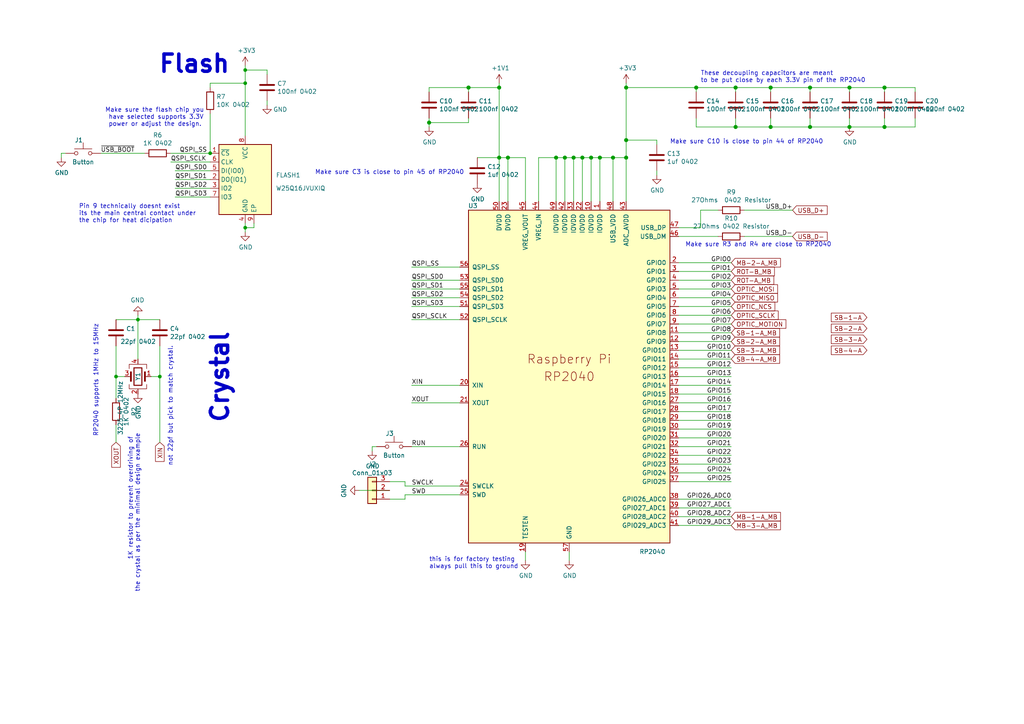
<source format=kicad_sch>
(kicad_sch (version 20231120) (generator "eeschema") (generator_version "8.0")
  (paper "A4")
  (lib_symbols
    (symbol "Connector_Generic:Conn_01x03" (pin_names (offset 1.016) hide)
      (property "Reference" "J" (at 0 5.08 0))
      (property "Value" "Conn_01x03" (at 0 -5.08 0))
      (symbol "Conn_01x03_1_1"
        (rectangle (start -1.27 -2.413) (end 0 -2.667) (stroke (width 0.1524)))
        (rectangle (start -1.27 0.127) (end 0 -0.127) (stroke (width 0.1524)))
        (rectangle (start -1.27 2.667) (end 0 2.413) (stroke (width 0.1524)))
        (rectangle (start -1.27 3.81) (end 1.27 -3.81) (stroke (width 0.254)) (fill (type background)))
        (pin passive line (at -5.08 2.54 0) (length 3.81) (name "Pin_1") (number "1"))
        (pin passive line (at -5.08 0 0) (length 3.81) (name "Pin_2") (number "2"))
        (pin passive line (at -5.08 -2.54 0) (length 3.81) (name "Pin_3") (number "3"))
      )
    )
    (symbol "Device:C" (pin_numbers hide) (pin_names (offset 0.254))
      (property "Reference" "C" (at 0.635 2.54 0))
      (property "Value" "C" (at 0.635 -2.54 0))
      (symbol "C_0_1"
        (polyline (pts (xy -2.032 -0.762) (xy 2.032 -0.762)) (stroke (width 0.508)))
        (polyline (pts (xy -2.032 0.762) (xy 2.032 0.762)) (stroke (width 0.508)))
      )
      (symbol "C_1_1"
        (pin passive line (at 0 3.81 270) (length 2.794) (name "~") (number "1"))
        (pin passive line (at 0 -3.81 90) (length 2.794) (name "~") (number "2"))
      )
    )
    (symbol "Device:Crystal_GND24" (pin_names (offset 1.016) hide)
      (property "Reference" "Y" (at 3.175 5.08 0))
      (property "Value" "Crystal_GND24" (at 3.175 3.175 0))
      (symbol "Crystal_GND24_0_1"
        (rectangle (start -1.143 2.54) (end 1.143 -2.54) (stroke (width 0.3048)))
        (polyline (pts (xy -2.54 0) (xy -2.032 0)))
        (polyline (pts (xy -2.032 -1.27) (xy -2.032 1.27)) (stroke (width 0.508)))
        (polyline (pts (xy 0 -3.81) (xy 0 -3.556)))
        (polyline (pts (xy 0 3.556) (xy 0 3.81)))
        (polyline (pts (xy 2.032 -1.27) (xy 2.032 1.27)) (stroke (width 0.508)))
        (polyline (pts (xy 2.032 0) (xy 2.54 0)))
        (polyline (pts (xy -2.54 -2.286) (xy -2.54 -3.556) (xy 2.54 -3.556) (xy 2.54 -2.286)))
        (polyline (pts (xy -2.54 2.286) (xy -2.54 3.556) (xy 2.54 3.556) (xy 2.54 2.286)))
      )
      (symbol "Crystal_GND24_1_1"
        (pin passive line (at -3.81 0 0) (length 1.27) (name "1") (number "1"))
        (pin passive line (at 0 5.08 270) (length 1.27) (name "2") (number "2"))
        (pin passive line (at 3.81 0 180) (length 1.27) (name "3") (number "3"))
        (pin passive line (at 0 -5.08 90) (length 1.27) (name "4") (number "4"))
      )
    )
    (symbol "Device:R" (pin_numbers hide) (pin_names (offset 0))
      (property "Reference" "R" (at 2.032 0 90))
      (property "Value" "R" (at 0 0 90))
      (symbol "R_0_1"
        (rectangle (start -1.016 -2.54) (end 1.016 2.54) (stroke (width 0.254)))
      )
      (symbol "R_1_1"
        (pin passive line (at 0 3.81 270) (length 1.27) (name "~") (number "1"))
        (pin passive line (at 0 -3.81 90) (length 1.27) (name "~") (number "2"))
      )
    )
    (symbol "MCU_RaspberryPi_RP2040:RP2040" (pin_names (offset 1.016))
      (property "Reference" "U" (at -29.21 49.53 0))
      (property "Value" "RP2040" (at 24.13 -49.53 0))
      (symbol "RP2040_0_0"
        (text "Raspberry Pi" (at 0 5.08 0) (effects (font (size 2.54 2.54))))
        (text "RP2040" (at 0 0 0) (effects (font (size 2.54 2.54))))
      )
      (symbol "RP2040_0_1"
        (rectangle (start 29.21 48.26) (end -29.21 -48.26) (stroke (width 0.254)) (fill (type background)))
      )
      (symbol "RP2040_1_1"
        (pin power_in line (at 8.89 50.8 270) (length 2.54) (name "IOVDD") (number "1"))
        (pin power_in line (at 6.35 50.8 270) (length 2.54) (name "IOVDD") (number "10"))
        (pin bidirectional line (at 31.75 12.7 180) (length 2.54) (name "GPIO8") (number "11"))
        (pin bidirectional line (at 31.75 10.16 180) (length 2.54) (name "GPIO9") (number "12"))
        (pin bidirectional line (at 31.75 7.62 180) (length 2.54) (name "GPIO10") (number "13"))
        (pin bidirectional line (at 31.75 5.08 180) (length 2.54) (name "GPIO11") (number "14"))
        (pin bidirectional line (at 31.75 2.54 180) (length 2.54) (name "GPIO12") (number "15"))
        (pin bidirectional line (at 31.75 0 180) (length 2.54) (name "GPIO13") (number "16"))
        (pin bidirectional line (at 31.75 -2.54 180) (length 2.54) (name "GPIO14") (number "17"))
        (pin bidirectional line (at 31.75 -5.08 180) (length 2.54) (name "GPIO15") (number "18"))
        (pin passive line (at -12.7 -50.8 90) (length 2.54) (name "TESTEN") (number "19"))
        (pin bidirectional line (at 31.75 33.02 180) (length 2.54) (name "GPIO0") (number "2"))
        (pin input line (at -31.75 -2.54 0) (length 2.54) (name "XIN") (number "20"))
        (pin passive line (at -31.75 -7.62 0) (length 2.54) (name "XOUT") (number "21"))
        (pin power_in line (at 3.81 50.8 270) (length 2.54) (name "IOVDD") (number "22"))
        (pin power_in line (at -17.78 50.8 270) (length 2.54) (name "DVDD") (number "23"))
        (pin output line (at -31.75 -31.75 0) (length 2.54) (name "SWCLK") (number "24"))
        (pin bidirectional line (at -31.75 -34.29 0) (length 2.54) (name "SWD") (number "25"))
        (pin input line (at -31.75 -20.32 0) (length 2.54) (name "RUN") (number "26"))
        (pin bidirectional line (at 31.75 -7.62 180) (length 2.54) (name "GPIO16") (number "27"))
        (pin bidirectional line (at 31.75 -10.16 180) (length 2.54) (name "GPIO17") (number "28"))
        (pin bidirectional line (at 31.75 -12.7 180) (length 2.54) (name "GPIO18") (number "29"))
        (pin bidirectional line (at 31.75 30.48 180) (length 2.54) (name "GPIO1") (number "3"))
        (pin bidirectional line (at 31.75 -15.24 180) (length 2.54) (name "GPIO19") (number "30"))
        (pin bidirectional line (at 31.75 -17.78 180) (length 2.54) (name "GPIO20") (number "31"))
        (pin bidirectional line (at 31.75 -20.32 180) (length 2.54) (name "GPIO21") (number "32"))
        (pin power_in line (at 1.27 50.8 270) (length 2.54) (name "IOVDD") (number "33"))
        (pin bidirectional line (at 31.75 -22.86 180) (length 2.54) (name "GPIO22") (number "34"))
        (pin bidirectional line (at 31.75 -25.4 180) (length 2.54) (name "GPIO23") (number "35"))
        (pin bidirectional line (at 31.75 -27.94 180) (length 2.54) (name "GPIO24") (number "36"))
        (pin bidirectional line (at 31.75 -30.48 180) (length 2.54) (name "GPIO25") (number "37"))
        (pin bidirectional line (at 31.75 -35.56 180) (length 2.54) (name "GPIO26_ADC0") (number "38"))
        (pin bidirectional line (at 31.75 -38.1 180) (length 2.54) (name "GPIO27_ADC1") (number "39"))
        (pin bidirectional line (at 31.75 27.94 180) (length 2.54) (name "GPIO2") (number "4"))
        (pin bidirectional line (at 31.75 -40.64 180) (length 2.54) (name "GPIO28_ADC2") (number "40"))
        (pin bidirectional line (at 31.75 -43.18 180) (length 2.54) (name "GPIO29_ADC3") (number "41"))
        (pin power_in line (at -1.27 50.8 270) (length 2.54) (name "IOVDD") (number "42"))
        (pin power_in line (at 16.51 50.8 270) (length 2.54) (name "ADC_AVDD") (number "43"))
        (pin power_in line (at -8.89 50.8 270) (length 2.54) (name "VREG_IN") (number "44"))
        (pin power_out line (at -12.7 50.8 270) (length 2.54) (name "VREG_VOUT") (number "45"))
        (pin bidirectional line (at 31.75 40.64 180) (length 2.54) (name "USB_DM") (number "46"))
        (pin bidirectional line (at 31.75 43.18 180) (length 2.54) (name "USB_DP") (number "47"))
        (pin power_in line (at 12.7 50.8 270) (length 2.54) (name "USB_VDD") (number "48"))
        (pin power_in line (at -3.81 50.8 270) (length 2.54) (name "IOVDD") (number "49"))
        (pin bidirectional line (at 31.75 25.4 180) (length 2.54) (name "GPIO3") (number "5"))
        (pin power_in line (at -20.32 50.8 270) (length 2.54) (name "DVDD") (number "50"))
        (pin bidirectional line (at -31.75 20.32 0) (length 2.54) (name "QSPI_SD3") (number "51"))
        (pin output line (at -31.75 16.51 0) (length 2.54) (name "QSPI_SCLK") (number "52"))
        (pin bidirectional line (at -31.75 27.94 0) (length 2.54) (name "QSPI_SD0") (number "53"))
        (pin bidirectional line (at -31.75 22.86 0) (length 2.54) (name "QSPI_SD2") (number "54"))
        (pin bidirectional line (at -31.75 25.4 0) (length 2.54) (name "QSPI_SD1") (number "55"))
        (pin bidirectional line (at -31.75 31.75 0) (length 2.54) (name "QSPI_SS") (number "56"))
        (pin power_in line (at 0 -50.8 90) (length 2.54) (name "GND") (number "57"))
        (pin bidirectional line (at 31.75 22.86 180) (length 2.54) (name "GPIO4") (number "6"))
        (pin bidirectional line (at 31.75 20.32 180) (length 2.54) (name "GPIO5") (number "7"))
        (pin bidirectional line (at 31.75 17.78 180) (length 2.54) (name "GPIO6") (number "8"))
        (pin bidirectional line (at 31.75 15.24 180) (length 2.54) (name "GPIO7") (number "9"))
      )
    )
    (symbol "Memory_Flash:W25Q32JVZP"
      (property "Reference" "U" (at -6.35 11.43 0))
      (property "Value" "W25Q32JVZP" (at 7.62 11.43 0))
      (symbol "W25Q32JVZP_0_1"
        (rectangle (start -7.62 10.16) (end 7.62 -10.16) (stroke (width 0.254)) (fill (type background)))
      )
      (symbol "W25Q32JVZP_1_1"
        (pin input line (at -10.16 7.62 0) (length 2.54) (name "~{CS}") (number "1"))
        (pin bidirectional line (at -10.16 0 0) (length 2.54) (name "DO(IO1)") (number "2"))
        (pin bidirectional line (at -10.16 -2.54 0) (length 2.54) (name "IO2") (number "3"))
        (pin power_in line (at 0 -12.7 90) (length 2.54) (name "GND") (number "4"))
        (pin bidirectional line (at -10.16 2.54 0) (length 2.54) (name "DI(IO0)") (number "5"))
        (pin input line (at -10.16 5.08 0) (length 2.54) (name "CLK") (number "6"))
        (pin bidirectional line (at -10.16 -5.08 0) (length 2.54) (name "IO3") (number "7"))
        (pin power_in line (at 0 12.7 270) (length 2.54) (name "VCC") (number "8"))
        (pin passive line (at 2.54 -12.7 90) (length 2.54) (name "EP") (number "9"))
      )
    )
    (symbol "Switch:SW_Push" (pin_numbers hide) (pin_names (offset 1.016) hide)
      (property "Reference" "SW" (at 1.27 2.54 0))
      (property "Value" "SW_Push" (at 0 -1.524 0))
      (symbol "SW_Push_0_1"
        (circle (center -2.032 0) (radius 0.508))
        (polyline (pts (xy 0 1.27) (xy 0 3.048)))
        (polyline (pts (xy 2.54 1.27) (xy -2.54 1.27)))
        (circle (center 2.032 0) (radius 0.508))
        (pin passive line (at -5.08 0 0) (length 2.54) (name "1") (number "1"))
        (pin passive line (at 5.08 0 180) (length 2.54) (name "2") (number "2"))
      )
    )
    (symbol "power:+1V1" (power) (pin_names (offset 0))
      (property "Value" "+1V1" (at 0 3.556 0))
      (symbol "+1V1_0_1"
        (polyline (pts (xy -0.762 1.27) (xy 0 2.54)))
        (polyline (pts (xy 0 0) (xy 0 2.54)))
        (polyline (pts (xy 0 2.54) (xy 0.762 1.27)))
      )
      (symbol "+1V1_1_1"
        (pin power_in line (at 0 0 90) (length 0) hide (name "+1V1") (number "1"))
      )
    )
    (symbol "power:+3V3" (power) (pin_names (offset 0))
      (property "Value" "+3V3" (at 0 3.556 0))
      (symbol "+3V3_0_1"
        (polyline (pts (xy -0.762 1.27) (xy 0 2.54)))
        (polyline (pts (xy 0 0) (xy 0 2.54)))
        (polyline (pts (xy 0 2.54) (xy 0.762 1.27)))
      )
      (symbol "+3V3_1_1"
        (pin power_in line (at 0 0 90) (length 0) hide (name "+3V3") (number "1"))
      )
    )
    (symbol "power:GND" (power) (pin_names (offset 0))
      (property "Value" "GND" (at 0 -3.81 0))
      (symbol "GND_0_1"
        (polyline (pts (xy 0 0) (xy 0 -1.27) (xy 1.27 -1.27) (xy 0 -2.54) (xy -1.27 -1.27) (xy 0 -1.27)))
      )
      (symbol "GND_1_1"
        (pin power_in line (at 0 0 270) (length 0) hide (name "GND") (number "1"))
      )
    )
  )
  (junction (at 135.89 25.4) (diameter 1.016))
  (junction (at 256.54 36.83) (diameter 1.016))
  (junction (at 234.95 36.83) (diameter 1.016))
  (junction (at 177.8 45.72) (diameter 1.016))
  (junction (at 173.99 45.72) (diameter 1.016))
  (junction (at 166.37 45.72) (diameter 1.016))
  (junction (at 223.52 25.4) (diameter 1.016))
  (junction (at 246.38 36.83) (diameter 1.016))
  (junction (at 181.61 40.64) (diameter 1.016))
  (junction (at 71.12 24.13))
  (junction (at 223.52 36.83) (diameter 1.016))
  (junction (at 234.95 25.4) (diameter 1.016))
  (junction (at 256.54 25.4) (diameter 1.016))
  (junction (at 60.96 44.45))
  (junction (at 40.005 92.71))
  (junction (at 147.32 45.72) (diameter 1.016))
  (junction (at 71.12 20.32))
  (junction (at 71.12 66.04))
  (junction (at 246.38 25.4) (diameter 1.016))
  (junction (at 213.36 36.83) (diameter 1.016))
  (junction (at 171.45 45.72) (diameter 1.016))
  (junction (at 213.36 25.4) (diameter 1.016))
  (junction (at 181.61 25.4) (diameter 1.016))
  (junction (at 201.93 25.4) (diameter 1.016))
  (junction (at 161.29 45.72) (diameter 1.016))
  (junction (at 124.46 35.56) (diameter 1.016))
  (junction (at 168.91 45.72) (diameter 1.016))
  (junction (at 163.83 45.72) (diameter 1.016))
  (junction (at 144.78 45.72) (diameter 1.016))
  (junction (at 46.355 109.22))
  (junction (at 181.61 45.72) (diameter 1.016))
  (junction (at 33.655 109.22))
  (junction (at 144.78 25.4) (diameter 1.016))
  (wire (pts (xy 196.85 78.74) (xy 212.09 78.74)))
  (wire (pts (xy 196.85 104.14) (xy 212.09 104.14)))
  (wire (pts (xy 196.85 144.78) (xy 212.09 144.78)))
  (wire (pts (xy 71.12 20.32) (xy 71.12 24.13)))
  (wire (pts (xy 50.8 52.07) (xy 60.96 52.07)))
  (wire (pts (xy 33.655 109.22) (xy 36.195 109.22)))
  (wire (pts (xy 215.9 68.58) (xy 229.87 68.58)))
  (wire (pts (xy 196.85 96.52) (xy 212.09 96.52)))
  (wire (pts (xy 196.85 127) (xy 212.09 127)))
  (wire (pts (xy 33.655 109.22) (xy 33.655 100.33)))
  (wire (pts (xy 71.12 66.04) (xy 73.66 66.04)))
  (wire (pts (xy 156.21 58.42) (xy 156.21 45.72)))
  (wire (pts (xy 144.78 24.13) (xy 144.78 25.4)))
  (wire (pts (xy 166.37 58.42) (xy 166.37 45.72)))
  (wire (pts (xy 144.78 45.72) (xy 138.43 45.72)))
  (wire (pts (xy 196.85 124.46) (xy 212.09 124.46)))
  (wire (pts (xy 196.85 76.2) (xy 212.09 76.2)))
  (wire (pts (xy 43.815 109.22) (xy 46.355 109.22)))
  (wire (pts (xy 196.85 119.38) (xy 212.09 119.38)))
  (wire (pts (xy 71.12 66.04) (xy 71.12 67.31)))
  (wire (pts (xy 40.005 92.71) (xy 40.005 91.44)))
  (wire (pts (xy 163.83 58.42) (xy 163.83 45.72)))
  (wire (pts (xy 109.22 129.54) (xy 107.95 129.54)))
  (wire (pts (xy 168.91 58.42) (xy 168.91 45.72)))
  (wire (pts (xy 119.38 81.28) (xy 133.35 81.28)))
  (wire (pts (xy 196.85 68.58) (xy 208.28 68.58)))
  (wire (pts (xy 256.54 34.29) (xy 256.54 36.83)))
  (wire (pts (xy 144.78 45.72) (xy 144.78 58.42)))
  (wire (pts (xy 256.54 25.4) (xy 256.54 26.67)))
  (wire (pts (xy 196.85 66.04) (xy 203.2 66.04)))
  (wire (pts (xy 117.475 140.97) (xy 133.35 140.97)))
  (wire (pts (xy 117.475 140.97) (xy 117.475 139.7)))
  (wire (pts (xy 60.96 24.13) (xy 71.12 24.13)))
  (wire (pts (xy 181.61 25.4) (xy 201.93 25.4)))
  (wire (pts (xy 119.38 88.9) (xy 133.35 88.9)))
  (wire (pts (xy 60.96 57.15) (xy 50.8 57.15)))
  (wire (pts (xy 117.475 143.51) (xy 133.35 143.51)))
  (wire (pts (xy 73.66 66.04) (xy 73.66 64.77)))
  (wire (pts (xy 215.9 60.96) (xy 229.87 60.96)))
  (wire (pts (xy 161.29 58.42) (xy 161.29 45.72)))
  (wire (pts (xy 196.85 86.36) (xy 212.09 86.36)))
  (wire (pts (xy 124.46 35.56) (xy 124.46 36.83)))
  (wire (pts (xy 104.14 142.24) (xy 113.03 142.24)))
  (wire (pts (xy 196.85 99.06) (xy 212.09 99.06)))
  (wire (pts (xy 177.8 58.42) (xy 177.8 45.72)))
  (wire (pts (xy 246.38 25.4) (xy 256.54 25.4)))
  (wire (pts (xy 117.475 144.78) (xy 117.475 143.51)))
  (wire (pts (xy 40.005 92.71) (xy 40.005 104.14)))
  (wire (pts (xy 77.47 29.21) (xy 77.47 30.48)))
  (wire (pts (xy 196.85 139.7) (xy 212.09 139.7)))
  (wire (pts (xy 196.85 147.32) (xy 212.09 147.32)))
  (wire (pts (xy 71.12 66.04) (xy 71.12 64.77)))
  (wire (pts (xy 46.355 100.33) (xy 46.355 109.22)))
  (wire (pts (xy 201.93 25.4) (xy 213.36 25.4)))
  (wire (pts (xy 201.93 36.83) (xy 213.36 36.83)))
  (wire (pts (xy 147.32 45.72) (xy 144.78 45.72)))
  (wire (pts (xy 33.655 92.71) (xy 40.005 92.71)))
  (wire (pts (xy 124.46 26.67) (xy 124.46 25.4)))
  (wire (pts (xy 119.38 86.36) (xy 133.35 86.36)))
  (wire (pts (xy 168.91 45.72) (xy 171.45 45.72)))
  (wire (pts (xy 144.78 25.4) (xy 144.78 45.72)))
  (wire (pts (xy 113.03 144.78) (xy 117.475 144.78)))
  (wire (pts (xy 234.95 36.83) (xy 223.52 36.83)))
  (wire (pts (xy 152.4 58.42) (xy 152.4 45.72)))
  (wire (pts (xy 71.12 19.05) (xy 71.12 20.32)))
  (wire (pts (xy 223.52 34.29) (xy 223.52 36.83)))
  (wire (pts (xy 40.005 92.71) (xy 46.355 92.71)))
  (wire (pts (xy 213.36 25.4) (xy 223.52 25.4)))
  (wire (pts (xy 196.85 149.86) (xy 212.09 149.86)))
  (wire (pts (xy 190.5 49.53) (xy 190.5 50.8)))
  (wire (pts (xy 196.85 83.82) (xy 212.09 83.82)))
  (wire (pts (xy 171.45 58.42) (xy 171.45 45.72)))
  (wire (pts (xy 119.38 111.76) (xy 133.35 111.76)))
  (wire (pts (xy 196.85 116.84) (xy 212.09 116.84)))
  (wire (pts (xy 234.95 25.4) (xy 246.38 25.4)))
  (wire (pts (xy 265.43 34.29) (xy 265.43 36.83)))
  (wire (pts (xy 265.43 25.4) (xy 265.43 26.67)))
  (wire (pts (xy 213.36 26.67) (xy 213.36 25.4)))
  (wire (pts (xy 196.85 81.28) (xy 212.09 81.28)))
  (wire (pts (xy 165.1 160.02) (xy 165.1 162.56)))
  (wire (pts (xy 196.85 132.08) (xy 212.09 132.08)))
  (wire (pts (xy 203.2 60.96) (xy 203.2 66.04)))
  (wire (pts (xy 60.96 49.53) (xy 50.8 49.53)))
  (wire (pts (xy 152.4 160.02) (xy 152.4 162.56)))
  (wire (pts (xy 246.38 34.29) (xy 246.38 36.83)))
  (wire (pts (xy 256.54 36.83) (xy 265.43 36.83)))
  (wire (pts (xy 135.89 35.56) (xy 135.89 34.29)))
  (wire (pts (xy 119.38 83.82) (xy 133.35 83.82)))
  (wire (pts (xy 234.95 26.67) (xy 234.95 25.4)))
  (wire (pts (xy 147.32 58.42) (xy 147.32 45.72)))
  (wire (pts (xy 33.655 123.19) (xy 33.655 128.27)))
  (wire (pts (xy 196.85 91.44) (xy 212.09 91.44)))
  (wire (pts (xy 124.46 35.56) (xy 135.89 35.56)))
  (wire (pts (xy 256.54 36.83) (xy 246.38 36.83)))
  (wire (pts (xy 133.35 92.71) (xy 119.38 92.71)))
  (wire (pts (xy 201.93 34.29) (xy 201.93 36.83)))
  (wire (pts (xy 60.96 33.02) (xy 60.96 44.45)))
  (wire (pts (xy 133.35 116.84) (xy 119.38 116.84)))
  (wire (pts (xy 181.61 45.72) (xy 181.61 58.42)))
  (wire (pts (xy 190.5 41.91) (xy 190.5 40.64)))
  (wire (pts (xy 173.99 45.72) (xy 177.8 45.72)))
  (wire (pts (xy 196.85 109.22) (xy 212.09 109.22)))
  (wire (pts (xy 181.61 40.64) (xy 181.61 45.72)))
  (wire (pts (xy 124.46 25.4) (xy 135.89 25.4)))
  (wire (pts (xy 60.96 25.4) (xy 60.96 24.13)))
  (wire (pts (xy 133.35 129.54) (xy 119.38 129.54)))
  (wire (pts (xy 60.96 54.61) (xy 50.8 54.61)))
  (wire (pts (xy 19.05 44.45) (xy 17.78 44.45)))
  (wire (pts (xy 41.91 44.45) (xy 29.21 44.45)))
  (wire (pts (xy 171.45 45.72) (xy 173.99 45.72)))
  (wire (pts (xy 223.52 25.4) (xy 234.95 25.4)))
  (wire (pts (xy 77.47 20.32) (xy 71.12 20.32)))
  (wire (pts (xy 203.2 60.96) (xy 208.28 60.96)))
  (wire (pts (xy 196.85 111.76) (xy 212.09 111.76)))
  (wire (pts (xy 49.53 46.99) (xy 60.96 46.99)))
  (wire (pts (xy 196.85 101.6) (xy 212.09 101.6)))
  (wire (pts (xy 196.85 129.54) (xy 212.09 129.54)))
  (wire (pts (xy 196.85 121.92) (xy 212.09 121.92)))
  (wire (pts (xy 152.4 45.72) (xy 147.32 45.72)))
  (wire (pts (xy 196.85 152.4) (xy 212.09 152.4)))
  (wire (pts (xy 33.655 115.57) (xy 33.655 109.22)))
  (wire (pts (xy 196.85 137.16) (xy 212.09 137.16)))
  (wire (pts (xy 46.355 109.22) (xy 46.355 128.27)))
  (wire (pts (xy 177.8 45.72) (xy 181.61 45.72)))
  (wire (pts (xy 135.89 25.4) (xy 144.78 25.4)))
  (wire (pts (xy 173.99 45.72) (xy 173.99 58.42)))
  (wire (pts (xy 71.12 24.13) (xy 71.12 39.37)))
  (wire (pts (xy 196.85 114.3) (xy 212.09 114.3)))
  (wire (pts (xy 181.61 40.64) (xy 190.5 40.64)))
  (wire (pts (xy 133.35 77.47) (xy 119.38 77.47)))
  (wire (pts (xy 117.475 139.7) (xy 113.03 139.7)))
  (wire (pts (xy 196.85 134.62) (xy 212.09 134.62)))
  (wire (pts (xy 196.85 106.68) (xy 212.09 106.68)))
  (wire (pts (xy 256.54 25.4) (xy 265.43 25.4)))
  (wire (pts (xy 161.29 45.72) (xy 163.83 45.72)))
  (wire (pts (xy 181.61 24.13) (xy 181.61 25.4)))
  (wire (pts (xy 156.21 45.72) (xy 161.29 45.72)))
  (wire (pts (xy 135.89 26.67) (xy 135.89 25.4)))
  (wire (pts (xy 196.85 93.98) (xy 212.09 93.98)))
  (wire (pts (xy 77.47 21.59) (xy 77.47 20.32)))
  (wire (pts (xy 166.37 45.72) (xy 168.91 45.72)))
  (wire (pts (xy 17.78 44.45) (xy 17.78 45.72)))
  (wire (pts (xy 213.36 36.83) (xy 213.36 34.29)))
  (wire (pts (xy 213.36 36.83) (xy 223.52 36.83)))
  (wire (pts (xy 196.85 88.9) (xy 212.09 88.9)))
  (wire (pts (xy 246.38 26.67) (xy 246.38 25.4)))
  (wire (pts (xy 246.38 36.83) (xy 234.95 36.83)))
  (wire (pts (xy 223.52 26.67) (xy 223.52 25.4)))
  (wire (pts (xy 124.46 34.29) (xy 124.46 35.56)))
  (wire (pts (xy 107.95 129.54) (xy 107.95 130.81)))
  (wire (pts (xy 181.61 25.4) (xy 181.61 40.64)))
  (wire (pts (xy 163.83 45.72) (xy 166.37 45.72)))
  (wire (pts (xy 201.93 26.67) (xy 201.93 25.4)))
  (wire (pts (xy 49.53 44.45) (xy 60.96 44.45)))
  (wire (pts (xy 234.95 34.29) (xy 234.95 36.83)))
  (text "Make sure C10 is close to pin 44 of RP2040" (at 194.31 41.91 0) (effects (font (size 1.27 1.27)) (justify left bottom)))
  (text "1K resistor to prevent overdriving of \nthe crystal as per the minimal design example" (at 40.64 125.73 90) (effects (font (size 1.27 1.27)) (justify right bottom)))
  (text "Crystal" (at 66.675 95.885 90) (effects (font (size 5.0038 5.0038) (thickness 1.0008) (bold yes)) (justify right bottom)))
  (text "Make sure R3 and R4 are close to RP2040" (at 198.755 71.755 0) (effects (font (size 1.27 1.27)) (justify left bottom)))
  (text "this is for factory testing\nalways pull this to ground" (at 124.46 165.1 0) (effects (font (size 1.27 1.27)) (justify left bottom)))
  (text "Make sure C3 is close to pin 45 of RP2040" (at 134.62 50.8 0) (effects (font (size 1.27 1.27)) (justify right bottom)))
  (text "Pin 9 technically doesnt exist\nits the main central contact under\nthe chip for heat dicipation" (at 22.86 64.77 0) (effects (font (size 1.27 1.27)) (justify left bottom)))
  (text "not 22pf but pick to match crystal." (at 50.165 100.33 90) (effects (font (size 1.27 1.27)) (justify right bottom)))
  (text "These decoupling capacitors are meant\nto be put close by each 3.3V pin of the RP2040" (at 203.2 24.13 0) (effects (font (size 1.27 1.27)) (justify left bottom)))
  (text "Make sure the flash chip you\n have selected supports 3.3V\n power or adjust the design." (at 30.48 36.83 0) (effects (font (size 1.27 1.27)) (justify left bottom)))
  (text "Flash" (at 45.72 21.59 0) (effects (font (size 5.0038 5.0038) (thickness 1.0008) (bold yes)) (justify left bottom)))
  (text "RP2040 supports 1MHz to 15MHz" (at 28.575 93.98 90) (effects (font (size 1.27 1.27)) (justify right bottom)))
  (label "RUN" (at 119.38 129.54 0))
  (label "GPIO6" (at 212.09 91.44 180))
  (label "GPIO19" (at 212.09 124.46 180))
  (label "GPIO16" (at 212.09 116.84 180))
  (label "USB_D-" (at 229.87 68.58 180))
  (label "GPIO25" (at 212.09 139.7 180))
  (label "QSPI_SD3" (at 50.8 57.15 0))
  (label "QSPI_SS" (at 119.38 77.47 0))
  (label "GPIO7" (at 212.09 93.98 180))
  (label "GPIO18" (at 212.09 121.92 180))
  (label "QSPI_SD1" (at 50.8 52.07 0))
  (label "XIN" (at 119.38 111.76 0))
  (label "QSPI_SCLK" (at 49.53 46.99 0))
  (label "GPIO17" (at 212.09 119.38 180))
  (label "GPIO15" (at 212.09 114.3 180))
  (label "QSPI_SD3" (at 119.38 88.9 0))
  (label "GPIO9" (at 212.09 99.06 180))
  (label "QSPI_SD0" (at 119.38 81.28 0))
  (label "GPIO22" (at 212.09 132.08 180))
  (label "QSPI_SCLK" (at 119.38 92.71 0))
  (label "~{USB_BOOT}" (at 29.21 44.45 0))
  (label "GPIO20" (at 212.09 127 180))
  (label "GPIO13" (at 212.09 109.22 180))
  (label "GPIO4" (at 212.09 86.36 180))
  (label "GPIO2" (at 212.09 81.28 180))
  (label "USB_D+" (at 229.87 60.96 180))
  (label "GPIO5" (at 212.09 88.9 180))
  (label "QSPI_SD0" (at 50.8 49.53 0))
  (label "GPIO12" (at 212.09 106.68 180))
  (label "QSPI_SD2" (at 119.38 86.36 0))
  (label "GPIO10" (at 212.09 101.6 180))
  (label "GPIO24" (at 212.09 137.16 180))
  (label "GPIO23" (at 212.09 134.62 180))
  (label "GPIO1" (at 212.09 78.74 180))
  (label "GPIO8" (at 212.09 96.52 180))
  (label "GPIO11" (at 212.09 104.14 180))
  (label "GPIO28_ADC2" (at 212.09 149.86 180))
  (label "GPIO29_ADC3" (at 212.09 152.4 180))
  (label "GPIO27_ADC1" (at 212.09 147.32 180))
  (label "QSPI_SS" (at 52.07 44.45 0))
  (label "GPIO0" (at 212.09 76.2 180))
  (label "GPIO26_ADC0" (at 212.09 144.78 180))
  (label "GPIO21" (at 212.09 129.54 180))
  (label "XOUT" (at 119.38 116.84 0))
  (label "SWD" (at 119.38 143.51 0))
  (label "GPIO3" (at 212.09 83.82 180))
  (label "SWCLK" (at 119.38 140.97 0))
  (label "QSPI_SD1" (at 119.38 83.82 0))
  (label "QSPI_SD2" (at 50.8 54.61 0))
  (label "GPIO14" (at 212.09 111.76 180))
  (global_label "USB_D-" (shape input) (at 229.87 68.58 0) (property "Intersheetrefs" "${INTERSHEET_REFS}" (effects (hide yes))))
  (global_label "SB-1-A" (shape input) (at 251.46 92.075 180) (property "Intersheetrefs" "${INTERSHEET_REFS}" (effects (hide yes))))
  (global_label "SB-3-A_MB" (shape input) (at 212.09 101.6 0) (property "Intersheetrefs" "${INTERSHEET_REFS}" (effects (hide yes))))
  (global_label "XOUT" (shape input) (at 33.655 128.27 270) (property "Intersheetrefs" "${INTERSHEET_REFS}" (effects (hide yes))))
  (global_label "OPTIC_NCS" (shape input) (at 212.09 88.9 0) (property "Intersheetrefs" "${INTERSHEET_REFS}" (effects (hide yes))))
  (global_label "ROT-A_MB" (shape input) (at 212.09 81.28 0) (property "Intersheetrefs" "${INTERSHEET_REFS}" (effects (hide yes))))
  (global_label "SB-3-A" (shape input) (at 251.46 98.425 180) (property "Intersheetrefs" "${INTERSHEET_REFS}" (effects (hide yes))))
  (global_label "USB_D+" (shape input) (at 229.87 60.96 0) (property "Intersheetrefs" "${INTERSHEET_REFS}" (effects (hide yes))))
  (global_label "MB-1-A_MB" (shape input) (at 212.09 149.86 0) (property "Intersheetrefs" "${INTERSHEET_REFS}" (effects (hide yes))))
  (global_label "ROT-B_MB" (shape input) (at 212.09 78.74 0) (property "Intersheetrefs" "${INTERSHEET_REFS}" (effects (hide yes))))
  (global_label "SB-2-A_MB" (shape input) (at 212.09 99.06 0) (property "Intersheetrefs" "${INTERSHEET_REFS}" (effects (hide yes))))
  (global_label "OPTIC_MOTION" (shape input) (at 212.09 93.98 0) (property "Intersheetrefs" "${INTERSHEET_REFS}" (effects (hide yes))))
  (global_label "OPTIC_SCLK" (shape input) (at 212.09 91.44 0) (property "Intersheetrefs" "${INTERSHEET_REFS}" (effects (hide yes))))
  (global_label "SB-4-A" (shape input) (at 251.46 101.6 180) (property "Intersheetrefs" "${INTERSHEET_REFS}" (effects (hide yes))))
  (global_label "XIN" (shape input) (at 46.355 128.27 270) (property "Intersheetrefs" "${INTERSHEET_REFS}" (effects (hide yes))))
  (global_label "OPTIC_MISO" (shape input) (at 212.09 86.36 0) (property "Intersheetrefs" "${INTERSHEET_REFS}" (effects (hide yes))))
  (global_label "SB-2-A" (shape input) (at 251.46 95.25 180) (property "Intersheetrefs" "${INTERSHEET_REFS}" (effects (hide yes))))
  (global_label "OPTIC_MOSI" (shape input) (at 212.09 83.82 0) (property "Intersheetrefs" "${INTERSHEET_REFS}" (effects (hide yes))))
  (global_label "MB-2-A_MB" (shape input) (at 212.09 76.2 0) (property "Intersheetrefs" "${INTERSHEET_REFS}" (effects (hide yes))))
  (global_label "MB-3-A_MB" (shape input) (at 212.09 152.4 0) (property "Intersheetrefs" "${INTERSHEET_REFS}" (effects (hide yes))))
  (global_label "SB-4-A_MB" (shape input) (at 212.09 104.14 0) (property "Intersheetrefs" "${INTERSHEET_REFS}" (effects (hide yes))))
  (global_label "SB-1-A_MB" (shape input) (at 212.09 96.52 0) (property "Intersheetrefs" "${INTERSHEET_REFS}" (effects (hide yes))))
  (symbol (lib_id "Switch:SW_Push") (at 24.13 44.45 0) (mirror y) (unit 1)
    (property "Reference" "J1" (at 22.86 40.64 0))
    (property "Value" "Button" (at 24.13 46.99 0))
    (property "Footprint" "Button_Switch_SMD:SW_Push_SPST_NO_Alps_SKRK" (effects (hide yes)))
    (property "LCSC" " " (effects (hide yes)))
  )
  (symbol (lib_id "Device:R") (at 212.09 60.96 270) (unit 1)
    (property "Reference" "R9" (at 212.09 55.7022 90))
    (property "Value" "27Ohms  0402 Resistor" (at 212.09 58.0136 90))
    (property "Footprint" "Capacitor_SMD:C_0402_1005Metric" (effects (hide yes)))
  )
  (symbol (lib_id "Device:C") (at 190.5 45.72 0) (unit 1)
    (property "Reference" "C13" (at 193.421 44.5516 0) (effects (justify left)))
    (property "Value" "1uf 0402" (at 193.421 46.863 0) (effects (justify left)))
    (property "Footprint" "Capacitor_SMD:C_0402_1005Metric" (effects (hide yes)))
  )
  (symbol (lib_id "power:GND") (at 104.14 142.24 270) (unit 1)
    (property "Reference" "#PWR019" (effects (hide yes)))
    (property "Value" "GND" (at 99.7458 142.367 0))
  )
  (symbol (lib_id "Device:C") (at 265.43 30.48 0) (unit 1)
    (property "Reference" "C20" (at 268.351 29.3116 0) (effects (justify left)))
    (property "Value" "100nf 0402" (at 268.351 31.623 0) (effects (justify left)))
    (property "Footprint" "Capacitor_SMD:C_0402_1005Metric" (effects (hide yes)))
  )
  (symbol (lib_id "power:+3V3") (at 71.12 19.05 0) (unit 1)
    (property "Reference" "#PWR022" (effects (hide yes)))
    (property "Value" "+3V3" (at 71.501 14.6558 0))
  )
  (symbol (lib_id "power:GND") (at 246.38 36.83 0) (unit 1)
    (property "Reference" "#PWR033" (effects (hide yes)))
    (property "Value" "GND" (at 246.507 41.2242 0))
  )
  (symbol (lib_id "Device:R") (at 45.72 44.45 270) (unit 1)
    (property "Reference" "R6" (at 45.72 39.1922 90))
    (property "Value" "1K 0402" (at 45.72 41.5036 90))
    (property "Footprint" "Resistor_SMD:R_0402_1005Metric" (effects (hide yes)))
    (property "LCSC" " " (effects (hide yes)))
  )
  (symbol (lib_id "power:GND") (at 138.43 53.34 0) (unit 1)
    (property "Reference" "#PWR029" (effects (hide yes)))
    (property "Value" "GND" (at 138.557 57.7342 0))
  )
  (symbol (lib_id "Device:C") (at 124.46 30.48 0) (unit 1)
    (property "Reference" "C10" (at 127.381 29.3116 0) (effects (justify left)))
    (property "Value" "100nf 0402" (at 127.381 31.623 0) (effects (justify left)))
    (property "Footprint" "Capacitor_SMD:C_0402_1005Metric" (effects (hide yes)))
  )
  (symbol (lib_id "power:GND") (at 190.5 50.8 0) (unit 1)
    (property "Reference" "#PWR032" (effects (hide yes)))
    (property "Value" "GND" (at 190.627 55.1942 0))
  )
  (symbol (lib_id "Device:C") (at 135.89 30.48 0) (unit 1)
    (property "Reference" "C11" (at 138.811 29.3116 0) (effects (justify left)))
    (property "Value" "100nf 0402" (at 138.811 31.623 0) (effects (justify left)))
    (property "Footprint" "Capacitor_SMD:C_0402_1005Metric" (effects (hide yes)))
  )
  (symbol (lib_id "Device:C") (at 138.43 49.53 0) (unit 1)
    (property "Reference" "C12" (at 141.351 48.3616 0) (effects (justify left)))
    (property "Value" "1uf 0402" (at 141.351 50.673 0) (effects (justify left)))
    (property "Footprint" "Capacitor_SMD:C_0402_1005Metric" (effects (hide yes)))
  )
  (symbol (lib_id "power:+3V3") (at 181.61 24.13 0) (unit 1)
    (property "Reference" "#PWR031" (effects (hide yes)))
    (property "Value" "+3V3" (at 181.991 19.7358 0))
  )
  (symbol (lib_id "Device:C") (at 246.38 30.48 0) (unit 1)
    (property "Reference" "C18" (at 249.301 29.3116 0) (effects (justify left)))
    (property "Value" "100nf 0402" (at 249.301 31.623 0) (effects (justify left)))
    (property "Footprint" "Capacitor_SMD:C_0402_1005Metric" (effects (hide yes)))
  )
  (symbol (lib_id "Device:Crystal_GND24") (at 40.005 109.22 180) (unit 1)
    (property "Reference" "Y1" (at 40.005 107.95 90) (effects (justify left)))
    (property "Value" "3225_4P 12MHz" (at 34.925 110.49 90) (effects (justify left)))
    (property "Footprint" "Crystal:Crystal_SMD_3225-4Pin_3.2x2.5mm" (effects (hide yes)))
    (property "LCSC" " " (effects (hide yes)))
  )
  (symbol (lib_id "Device:C") (at 46.355 96.52 0) (unit 1)
    (property "Reference" "C4" (at 49.276 95.3516 0) (effects (justify left)))
    (property "Value" "22pf 0402" (at 49.276 97.663 0) (effects (justify left)))
    (property "Footprint" "Capacitor_SMD:C_0402_1005Metric" (effects (hide yes)))
    (property "LCSC" " " (effects (hide yes)))
  )
  (symbol (lib_id "Switch:SW_Push") (at 114.3 129.54 0) (mirror y) (unit 1)
    (property "Reference" "J3" (at 113.03 125.73 0))
    (property "Value" "Button" (at 114.3 132.08 0))
    (property "Footprint" "Button_Switch_SMD:SW_Push_SPST_NO_Alps_SKRK" (effects (hide yes)))
  )
  (symbol (lib_id "power:+1V1") (at 144.78 24.13 0) (unit 1)
    (property "Reference" "#PWR030" (effects (hide yes)))
    (property "Value" "+1V1" (at 145.161 19.7358 0))
  )
  (symbol (lib_id "power:GND") (at 152.4 162.56 0) (unit 1)
    (property "Reference" "#PWR034" (effects (hide yes)))
    (property "Value" "GND" (at 152.527 166.9542 0))
  )
  (symbol (lib_id "power:GND") (at 77.47 30.48 0) (unit 1)
    (property "Reference" "#PWR026" (effects (hide yes)))
    (property "Value" "GND" (at 81.28 31.75 0))
  )
  (symbol (lib_id "power:GND") (at 165.1 162.56 0) (unit 1)
    (property "Reference" "#PWR035" (effects (hide yes)))
    (property "Value" "GND" (at 165.227 166.9542 0))
  )
  (symbol (lib_id "power:GND") (at 40.005 91.44 180) (unit 1)
    (property "Reference" "#PWR09" (effects (hide yes)))
    (property "Value" "GND" (at 39.878 87.0458 0))
  )
  (symbol (lib_id "Device:C") (at 234.95 30.48 0) (unit 1)
    (property "Reference" "C17" (at 237.871 29.3116 0) (effects (justify left)))
    (property "Value" "100nf 0402" (at 237.871 31.623 0) (effects (justify left)))
    (property "Footprint" "Capacitor_SMD:C_0402_1005Metric" (effects (hide yes)))
  )
  (symbol (lib_id "Device:C") (at 256.54 30.48 0) (unit 1)
    (property "Reference" "C19" (at 259.461 29.3116 0) (effects (justify left)))
    (property "Value" "100nf 0402" (at 259.461 31.623 0) (effects (justify left)))
    (property "Footprint" "Capacitor_SMD:C_0402_1005Metric" (effects (hide yes)))
  )
  (symbol (lib_id "Device:C") (at 33.655 96.52 0) (unit 1)
    (property "Reference" "C1" (at 36.576 95.3516 0) (effects (justify left)))
    (property "Value" "22pf 0402" (at 34.925 99.06 0) (effects (justify left)))
    (property "Footprint" "Capacitor_SMD:C_0402_1005Metric" (effects (hide yes)))
    (property "LCSC" " " (effects (hide yes)))
  )
  (symbol (lib_id "power:GND") (at 40.005 114.3 0) (unit 1)
    (property "Reference" "#PWR014" (effects (hide yes)))
    (property "Value" "GND" (at 40.132 117.5512 90) (effects (justify right)))
  )
  (symbol (lib_id "power:GND") (at 124.46 36.83 0) (unit 1)
    (property "Reference" "#PWR027" (effects (hide yes)))
    (property "Value" "GND" (at 124.587 41.2242 0))
  )
  (symbol (lib_id "Device:C") (at 213.36 30.48 0) (unit 1)
    (property "Reference" "C15" (at 216.281 29.3116 0) (effects (justify left)))
    (property "Value" "100nf 0402" (at 216.281 31.623 0) (effects (justify left)))
    (property "Footprint" "Capacitor_SMD:C_0402_1005Metric" (effects (hide yes)))
  )
  (symbol (lib_id "power:GND") (at 71.12 67.31 0) (unit 1)
    (property "Reference" "#PWR023" (effects (hide yes)))
    (property "Value" "GND" (at 71.247 71.7042 0))
  )
  (symbol (lib_id "Connector_Generic:Conn_01x03") (at 107.95 142.24 180) (unit 1)
    (property "Reference" "J2" (at 107.95 134.62 0))
    (property "Value" "Conn_01x03" (at 107.95 137.16 0))
    (property "Footprint" "Connector_PinHeader_1.27mm:PinHeader_1x03_P1.27mm_Vertical" (effects (hide yes)))
  )
  (symbol (lib_id "Device:R") (at 212.09 68.58 270) (unit 1)
    (property "Reference" "R10" (at 212.09 63.3222 90))
    (property "Value" "27Ohms 0402 Resistor" (at 212.09 65.6336 90))
    (property "Footprint" "Capacitor_SMD:C_0402_1005Metric" (effects (hide yes)))
  )
  (symbol (lib_id "Memory_Flash:W25Q32JVZP") (at 71.12 52.07 0) (unit 1)
    (property "Reference" "FLASH1" (at 80.01 50.7999 0) (effects (justify left)))
    (property "Value" "W25Q16JVUXIQ" (at 80.01 54.6099 0) (effects (justify left)))
    (property "Footprint" "Package_SON:SON-8-1EP_3x2mm_P0.5mm_EP1.4x1.6mm" (effects (hide yes)))
    (property "Datasheet" "http://www.winbond.com/resource-files/w25q32jv%20revg%2003272018%20plus.pdf" (effects (hide yes)))
  )
  (symbol (lib_id "Device:C") (at 223.52 30.48 0) (unit 1)
    (property "Reference" "C16" (at 226.441 29.3116 0) (effects (justify left)))
    (property "Value" "100nf 0402" (at 226.441 31.623 0) (effects (justify left)))
    (property "Footprint" "Capacitor_SMD:C_0402_1005Metric" (effects (hide yes)))
  )
  (symbol (lib_id "Device:R") (at 60.96 29.21 0) (unit 1)
    (property "Reference" "R7" (at 62.738 28.0416 0) (effects (justify left)))
    (property "Value" "10K 0402" (at 62.738 30.353 0) (effects (justify left)))
    (property "Footprint" "Resistor_SMD:R_0402_1005Metric" (effects (hide yes)))
    (property "LCSC" "  " (effects (hide yes)))
  )
  (symbol (lib_id "Device:R") (at 33.655 119.38 180) (unit 1)
    (property "Reference" "R2" (at 38.9128 119.38 90))
    (property "Value" "1K 0402" (at 36.6014 119.38 90))
    (property "Footprint" "Resistor_SMD:R_0402_1005Metric" (effects (hide yes)))
    (property "LCSC" " " (effects (hide yes)))
  )
  (symbol (lib_id "MCU_RaspberryPi_RP2040:RP2040") (at 165.1 109.22 0) (unit 1)
    (property "Reference" "U3" (at 137.16 59.69 0))
    (property "Value" "RP2040" (at 189.23 160.02 0))
    (property "Footprint" "RP2040_minimal:RP2040-QFN-56" (effects (hide yes)))
  )
  (symbol (lib_id "Device:C") (at 77.47 25.4 0) (unit 1)
    (property "Reference" "C7" (at 80.391 24.2316 0) (effects (justify left)))
    (property "Value" "100nf 0402" (at 80.391 26.543 0) (effects (justify left)))
    (property "Footprint" "Capacitor_SMD:C_0402_1005Metric" (effects (hide yes)))
    (property "LCSC" " " (effects (hide yes)))
  )
  (symbol (lib_id "power:GND") (at 107.95 130.81 0) (unit 1)
    (property "Reference" "#PWR025" (effects (hide yes)))
    (property "Value" "GND" (at 108.077 135.2042 0))
  )
  (symbol (lib_id "power:GND") (at 17.78 45.72 0) (unit 1)
    (property "Reference" "#PWR05" (effects (hide yes)))
    (property "Value" "GND" (at 17.907 50.1142 0))
  )
  (symbol (lib_id "Device:C") (at 201.93 30.48 0) (unit 1)
    (property "Reference" "C14" (at 204.851 29.3116 0) (effects (justify left)))
    (property "Value" "100nf 0402" (at 204.851 31.623 0) (effects (justify left)))
    (property "Footprint" "Capacitor_SMD:C_0402_1005Metric" (effects (hide yes)))
  )
)
</source>
